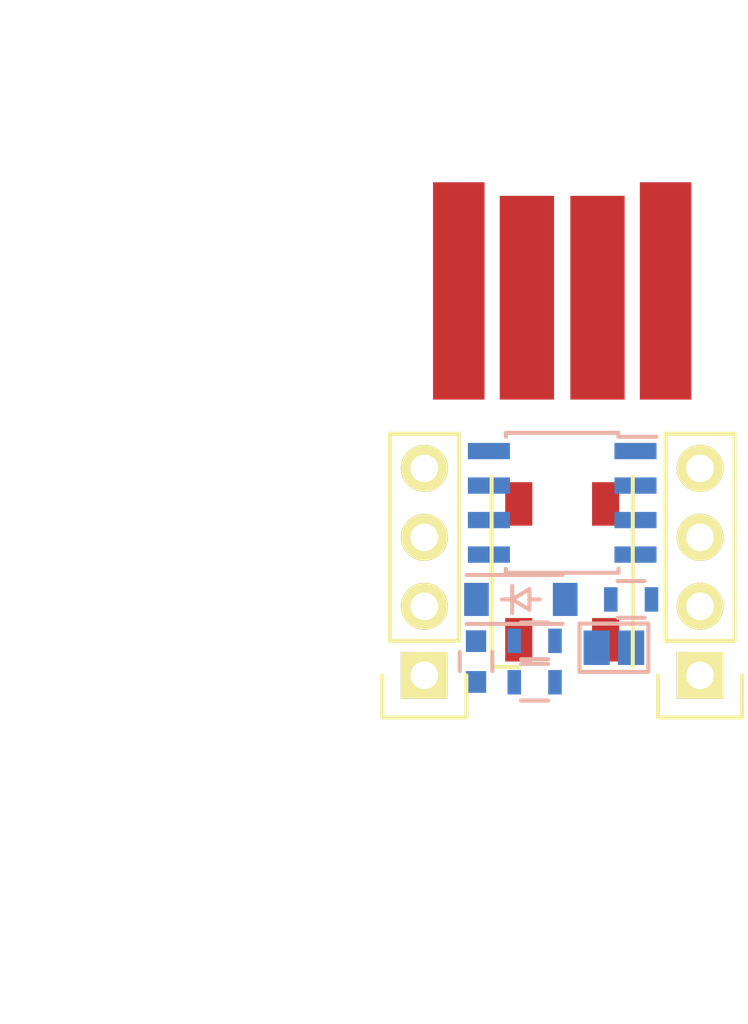
<source format=kicad_pcb>
(kicad_pcb (version 4) (host pcbnew 4.0.2-stable)

  (general
    (links 23)
    (no_connects 23)
    (area 152.169 87.21 168.701762 113.135001)
    (thickness 1.6)
    (drawings 4)
    (tracks 0)
    (zones 0)
    (modules 12)
    (nets 14)
  )

  (page A4)
  (layers
    (0 F.Cu signal)
    (31 B.Cu signal)
    (32 B.Adhes user)
    (33 F.Adhes user)
    (34 B.Paste user)
    (35 F.Paste user)
    (36 B.SilkS user)
    (37 F.SilkS user)
    (38 B.Mask user)
    (39 F.Mask user)
    (40 Dwgs.User user)
    (41 Cmts.User user)
    (42 Eco1.User user)
    (43 Eco2.User user)
    (44 Edge.Cuts user)
    (45 Margin user)
    (46 B.CrtYd user)
    (47 F.CrtYd user)
    (48 B.Fab user)
    (49 F.Fab user)
  )

  (setup
    (last_trace_width 0.17)
    (trace_clearance 0.17)
    (zone_clearance 0.3)
    (zone_45_only no)
    (trace_min 0.1524)
    (segment_width 0.2)
    (edge_width 0.15)
    (via_size 0.5)
    (via_drill 0.3)
    (via_min_size 0.5)
    (via_min_drill 0.3)
    (uvia_size 0.3)
    (uvia_drill 0.1)
    (uvias_allowed no)
    (uvia_min_size 0.2)
    (uvia_min_drill 0.1)
    (pcb_text_width 0.15)
    (pcb_text_size 1 1)
    (mod_edge_width 0.15)
    (mod_text_size 1 1)
    (mod_text_width 0.15)
    (pad_size 1.7272 1.7272)
    (pad_drill 1.016)
    (pad_to_mask_clearance 0.2)
    (aux_axis_origin 0 0)
    (visible_elements FFFFFF7F)
    (pcbplotparams
      (layerselection 0x010fc_80000001)
      (usegerberextensions false)
      (excludeedgelayer true)
      (linewidth 0.100000)
      (plotframeref false)
      (viasonmask false)
      (mode 1)
      (useauxorigin false)
      (hpglpennumber 1)
      (hpglpenspeed 20)
      (hpglpendiameter 15)
      (hpglpenoverlay 2)
      (psnegative false)
      (psa4output false)
      (plotreference true)
      (plotvalue true)
      (plotinvisibletext false)
      (padsonsilk false)
      (subtractmaskfromsilk false)
      (outputformat 1)
      (mirror false)
      (drillshape 0)
      (scaleselection 1)
      (outputdirectory gerber/))
  )

  (net 0 "")
  (net 1 +5V)
  (net 2 GND)
  (net 3 "Net-(D1-Pad2)")
  (net 4 "Net-(IC1-Pad1)")
  (net 5 "Net-(IC1-Pad2)")
  (net 6 "Net-(IC1-Pad3)")
  (net 7 "Net-(IC1-Pad5)")
  (net 8 "Net-(IC1-Pad6)")
  (net 9 "Net-(IC1-Pad7)")
  (net 10 "Net-(P3-Pad3)")
  (net 11 "Net-(P3-Pad2)")
  (net 12 "Net-(JP1-Pad2)")
  (net 13 "Net-(U1-Pad2)")

  (net_class Default "This is the default net class."
    (clearance 0.17)
    (trace_width 0.17)
    (via_dia 0.5)
    (via_drill 0.3)
    (uvia_dia 0.3)
    (uvia_drill 0.1)
    (add_net +5V)
    (add_net GND)
    (add_net "Net-(D1-Pad2)")
    (add_net "Net-(IC1-Pad1)")
    (add_net "Net-(IC1-Pad2)")
    (add_net "Net-(IC1-Pad3)")
    (add_net "Net-(IC1-Pad5)")
    (add_net "Net-(IC1-Pad6)")
    (add_net "Net-(IC1-Pad7)")
    (add_net "Net-(JP1-Pad2)")
    (add_net "Net-(P3-Pad2)")
    (add_net "Net-(P3-Pad3)")
    (add_net "Net-(U1-Pad2)")
  )

  (module usb-PCB:usb-PCB (layer F.Cu) (tedit 542BB0AF) (tstamp 57618D42)
    (at 161.29 87.376 180)
    (path /57249F9D)
    (attr virtual)
    (fp_text reference P3 (at 0.13 -7.85 180) (layer F.SilkS) hide
      (effects (font (size 1.5 1.5) (thickness 0.15)))
    )
    (fp_text value USB_A (at 0.29 -10.13 180) (layer F.SilkS) hide
      (effects (font (size 1.5 1.5) (thickness 0.15)))
    )
    (fp_line (start 6.03 0) (end 6.03 -12) (layer Dwgs.User) (width 0.15))
    (fp_line (start 6.03 0) (end -6.03 0) (layer Dwgs.User) (width 0.15))
    (fp_line (start -6.03 0) (end -6.03 -12) (layer Dwgs.User) (width 0.15))
    (pad 1 connect rect (at 3.81 -4.9 180) (size 1.9 8) (layers F.Cu F.Mask)
      (net 3 "Net-(D1-Pad2)"))
    (pad 4 connect rect (at -3.81 -4.9 180) (size 1.9 8) (layers F.Cu F.Mask)
      (net 2 GND))
    (pad 3 connect rect (at -1.3 -5.15 180) (size 2 7.5) (layers F.Cu F.Mask)
      (net 10 "Net-(P3-Pad3)"))
    (pad 2 connect rect (at 1.3 -5.15 180) (size 2 7.5) (layers F.Cu F.Mask)
      (net 11 "Net-(P3-Pad2)"))
  )

  (module Housings_SOIC:SOIC-8_3.9x4.9mm_Pitch1.27mm (layer B.Cu) (tedit 5761A307) (tstamp 57618D2A)
    (at 161.29 100.076 180)
    (descr "8-Lead Plastic Small Outline (SN) - Narrow, 3.90 mm Body [SOIC] (see Microchip Packaging Specification 00000049BS.pdf)")
    (tags "SOIC 1.27")
    (path /576172FC)
    (attr smd)
    (fp_text reference IC1 (at 0 0 180) (layer Dwgs.User)
      (effects (font (size 1 1) (thickness 0.15)))
    )
    (fp_text value ATTINY85-20SUR (at 5.334 0 270) (layer B.Fab)
      (effects (font (size 1 1) (thickness 0.15)) (justify mirror))
    )
    (fp_line (start -3.75 2.75) (end -3.75 -2.75) (layer B.CrtYd) (width 0.05))
    (fp_line (start 3.75 2.75) (end 3.75 -2.75) (layer B.CrtYd) (width 0.05))
    (fp_line (start -3.75 2.75) (end 3.75 2.75) (layer B.CrtYd) (width 0.05))
    (fp_line (start -3.75 -2.75) (end 3.75 -2.75) (layer B.CrtYd) (width 0.05))
    (fp_line (start -2.075 2.575) (end -2.075 2.43) (layer B.SilkS) (width 0.15))
    (fp_line (start 2.075 2.575) (end 2.075 2.43) (layer B.SilkS) (width 0.15))
    (fp_line (start 2.075 -2.575) (end 2.075 -2.43) (layer B.SilkS) (width 0.15))
    (fp_line (start -2.075 -2.575) (end -2.075 -2.43) (layer B.SilkS) (width 0.15))
    (fp_line (start -2.075 2.575) (end 2.075 2.575) (layer B.SilkS) (width 0.15))
    (fp_line (start -2.075 -2.575) (end 2.075 -2.575) (layer B.SilkS) (width 0.15))
    (fp_line (start -2.075 2.43) (end -3.475 2.43) (layer B.SilkS) (width 0.15))
    (pad 1 smd rect (at -2.7 1.905 180) (size 1.55 0.6) (layers B.Cu B.Paste B.Mask)
      (net 4 "Net-(IC1-Pad1)"))
    (pad 2 smd rect (at -2.7 0.635 180) (size 1.55 0.6) (layers B.Cu B.Paste B.Mask)
      (net 5 "Net-(IC1-Pad2)"))
    (pad 3 smd rect (at -2.7 -0.635 180) (size 1.55 0.6) (layers B.Cu B.Paste B.Mask)
      (net 6 "Net-(IC1-Pad3)"))
    (pad 4 smd rect (at -2.7 -1.905 180) (size 1.55 0.6) (layers B.Cu B.Paste B.Mask)
      (net 2 GND))
    (pad 5 smd rect (at 2.7 -1.905 180) (size 1.55 0.6) (layers B.Cu B.Paste B.Mask)
      (net 7 "Net-(IC1-Pad5)"))
    (pad 6 smd rect (at 2.7 -0.635 180) (size 1.55 0.6) (layers B.Cu B.Paste B.Mask)
      (net 8 "Net-(IC1-Pad6)"))
    (pad 7 smd rect (at 2.7 0.635 180) (size 1.55 0.6) (layers B.Cu B.Paste B.Mask)
      (net 9 "Net-(IC1-Pad7)"))
    (pad 8 smd rect (at 2.7 1.905 180) (size 1.55 0.6) (layers B.Cu B.Paste B.Mask)
      (net 1 +5V))
    (model Housings_SOIC.3dshapes/SOIC-8_3.9x4.9mm_Pitch1.27mm.wrl
      (at (xyz 0 0 0))
      (scale (xyz 1 1 1))
      (rotate (xyz 0 0 0))
    )
  )

  (module Capacitors_SMD:C_0603 (layer B.Cu) (tedit 5761A2AA) (tstamp 57618D18)
    (at 158.115 105.918 270)
    (descr "Capacitor SMD 0603, reflow soldering, AVX (see smccp.pdf)")
    (tags "capacitor 0603")
    (path /5761A5BC)
    (attr smd)
    (fp_text reference C1 (at 0 0 270) (layer Dwgs.User)
      (effects (font (size 1 1) (thickness 0.15)))
    )
    (fp_text value 1u-5u (at 0 0 270) (layer B.Fab)
      (effects (font (size 1 1) (thickness 0.15)) (justify mirror))
    )
    (fp_line (start -1.45 0.75) (end 1.45 0.75) (layer B.CrtYd) (width 0.05))
    (fp_line (start -1.45 -0.75) (end 1.45 -0.75) (layer B.CrtYd) (width 0.05))
    (fp_line (start -1.45 0.75) (end -1.45 -0.75) (layer B.CrtYd) (width 0.05))
    (fp_line (start 1.45 0.75) (end 1.45 -0.75) (layer B.CrtYd) (width 0.05))
    (fp_line (start -0.35 0.6) (end 0.35 0.6) (layer B.SilkS) (width 0.15))
    (fp_line (start 0.35 -0.6) (end -0.35 -0.6) (layer B.SilkS) (width 0.15))
    (pad 1 smd rect (at -0.75 0 270) (size 0.8 0.75) (layers B.Cu B.Paste B.Mask)
      (net 1 +5V))
    (pad 2 smd rect (at 0.75 0 270) (size 0.8 0.75) (layers B.Cu B.Paste B.Mask)
      (net 2 GND))
    (model Capacitors_SMD.3dshapes/C_0603.wrl
      (at (xyz 0 0 0))
      (scale (xyz 1 1 1))
      (rotate (xyz 0 0 0))
    )
  )

  (module Diodes_SMD:SOD-123 (layer B.Cu) (tedit 5761A320) (tstamp 57618D1E)
    (at 159.766 103.632)
    (descr SOD-123)
    (tags SOD-123)
    (path /57617CBC)
    (attr smd)
    (fp_text reference D1 (at 0 0) (layer Dwgs.User)
      (effects (font (size 1 1) (thickness 0.15)))
    )
    (fp_text value MBR0520LT (at 0 -3.556) (layer B.Fab)
      (effects (font (size 1 1) (thickness 0.15)) (justify mirror))
    )
    (fp_line (start 0.3175 0) (end 0.6985 0) (layer B.SilkS) (width 0.15))
    (fp_line (start -0.6985 0) (end -0.3175 0) (layer B.SilkS) (width 0.15))
    (fp_line (start -0.3175 0) (end 0.3175 0.381) (layer B.SilkS) (width 0.15))
    (fp_line (start 0.3175 0.381) (end 0.3175 -0.381) (layer B.SilkS) (width 0.15))
    (fp_line (start 0.3175 -0.381) (end -0.3175 0) (layer B.SilkS) (width 0.15))
    (fp_line (start -0.3175 0.508) (end -0.3175 -0.508) (layer B.SilkS) (width 0.15))
    (fp_line (start -2.25 1.05) (end 2.25 1.05) (layer B.CrtYd) (width 0.05))
    (fp_line (start 2.25 1.05) (end 2.25 -1.05) (layer B.CrtYd) (width 0.05))
    (fp_line (start 2.25 -1.05) (end -2.25 -1.05) (layer B.CrtYd) (width 0.05))
    (fp_line (start -2.25 1.05) (end -2.25 -1.05) (layer B.CrtYd) (width 0.05))
    (fp_line (start -2 -0.9) (end 1.54 -0.9) (layer B.SilkS) (width 0.15))
    (fp_line (start -2 0.9) (end 1.54 0.9) (layer B.SilkS) (width 0.15))
    (pad 1 smd rect (at -1.635 0) (size 0.91 1.22) (layers B.Cu B.Paste B.Mask)
      (net 1 +5V))
    (pad 2 smd rect (at 1.635 0) (size 0.91 1.22) (layers B.Cu B.Paste B.Mask)
      (net 3 "Net-(D1-Pad2)"))
  )

  (module Resistors_SMD:R_0603 (layer B.Cu) (tedit 57626FC1) (tstamp 57618D48)
    (at 160.274 105.156 180)
    (descr "Resistor SMD 0603, reflow soldering, Vishay (see dcrcw.pdf)")
    (tags "resistor 0603")
    (path /5761984C)
    (attr smd)
    (fp_text reference R1 (at 0 0 180) (layer Dwgs.User)
      (effects (font (size 1 1) (thickness 0.15)))
    )
    (fp_text value 1.5k (at 0 0 180) (layer B.Fab)
      (effects (font (size 1 1) (thickness 0.15)) (justify mirror))
    )
    (fp_line (start -1.3 0.8) (end 1.3 0.8) (layer B.CrtYd) (width 0.05))
    (fp_line (start -1.3 -0.8) (end 1.3 -0.8) (layer B.CrtYd) (width 0.05))
    (fp_line (start -1.3 0.8) (end -1.3 -0.8) (layer B.CrtYd) (width 0.05))
    (fp_line (start 1.3 0.8) (end 1.3 -0.8) (layer B.CrtYd) (width 0.05))
    (fp_line (start 0.5 -0.675) (end -0.5 -0.675) (layer B.SilkS) (width 0.15))
    (fp_line (start -0.5 0.675) (end 0.5 0.675) (layer B.SilkS) (width 0.15))
    (pad 1 smd rect (at -0.75 0 180) (size 0.5 0.9) (layers B.Cu B.Paste B.Mask)
      (net 11 "Net-(P3-Pad2)"))
    (pad 2 smd rect (at 0.75 0 180) (size 0.5 0.9) (layers B.Cu B.Paste B.Mask)
      (net 1 +5V))
    (model Resistors_SMD.3dshapes/R_0603.wrl
      (at (xyz 0 0 0))
      (scale (xyz 1 1 1))
      (rotate (xyz 0 0 0))
    )
  )

  (module Resistors_SMD:R_0603 (layer B.Cu) (tedit 5761A2B9) (tstamp 57618D4E)
    (at 160.274 106.68 180)
    (descr "Resistor SMD 0603, reflow soldering, Vishay (see dcrcw.pdf)")
    (tags "resistor 0603")
    (path /576178AE)
    (attr smd)
    (fp_text reference R2 (at 0 0 180) (layer Dwgs.User)
      (effects (font (size 1 1) (thickness 0.15)))
    )
    (fp_text value 66 (at 0 0 180) (layer B.Fab)
      (effects (font (size 1 1) (thickness 0.15)) (justify mirror))
    )
    (fp_line (start -1.3 0.8) (end 1.3 0.8) (layer B.CrtYd) (width 0.05))
    (fp_line (start -1.3 -0.8) (end 1.3 -0.8) (layer B.CrtYd) (width 0.05))
    (fp_line (start -1.3 0.8) (end -1.3 -0.8) (layer B.CrtYd) (width 0.05))
    (fp_line (start 1.3 0.8) (end 1.3 -0.8) (layer B.CrtYd) (width 0.05))
    (fp_line (start 0.5 -0.675) (end -0.5 -0.675) (layer B.SilkS) (width 0.15))
    (fp_line (start -0.5 0.675) (end 0.5 0.675) (layer B.SilkS) (width 0.15))
    (pad 1 smd rect (at -0.75 0 180) (size 0.5 0.9) (layers B.Cu B.Paste B.Mask)
      (net 5 "Net-(IC1-Pad2)"))
    (pad 2 smd rect (at 0.75 0 180) (size 0.5 0.9) (layers B.Cu B.Paste B.Mask)
      (net 11 "Net-(P3-Pad2)"))
    (model Resistors_SMD.3dshapes/R_0603.wrl
      (at (xyz 0 0 0))
      (scale (xyz 1 1 1))
      (rotate (xyz 0 0 0))
    )
  )

  (module Resistors_SMD:R_0603 (layer B.Cu) (tedit 57627011) (tstamp 57618D54)
    (at 163.83 103.632 180)
    (descr "Resistor SMD 0603, reflow soldering, Vishay (see dcrcw.pdf)")
    (tags "resistor 0603")
    (path /57617846)
    (attr smd)
    (fp_text reference R3 (at 0 0 180) (layer Dwgs.User)
      (effects (font (size 1 1) (thickness 0.15)))
    )
    (fp_text value 66 (at 0 -1.9 180) (layer B.Fab)
      (effects (font (size 1 1) (thickness 0.15)) (justify mirror))
    )
    (fp_line (start -1.3 0.8) (end 1.3 0.8) (layer B.CrtYd) (width 0.05))
    (fp_line (start -1.3 -0.8) (end 1.3 -0.8) (layer B.CrtYd) (width 0.05))
    (fp_line (start -1.3 0.8) (end -1.3 -0.8) (layer B.CrtYd) (width 0.05))
    (fp_line (start 1.3 0.8) (end 1.3 -0.8) (layer B.CrtYd) (width 0.05))
    (fp_line (start 0.5 -0.675) (end -0.5 -0.675) (layer B.SilkS) (width 0.15))
    (fp_line (start -0.5 0.675) (end 0.5 0.675) (layer B.SilkS) (width 0.15))
    (pad 1 smd rect (at -0.75 0 180) (size 0.5 0.9) (layers B.Cu B.Paste B.Mask)
      (net 6 "Net-(IC1-Pad3)"))
    (pad 2 smd rect (at 0.75 0 180) (size 0.5 0.9) (layers B.Cu B.Paste B.Mask)
      (net 10 "Net-(P3-Pad3)"))
    (model Resistors_SMD.3dshapes/R_0603.wrl
      (at (xyz 0 0 0))
      (scale (xyz 1 1 1))
      (rotate (xyz 0 0 0))
    )
  )

  (module Connect:GS2 (layer B.Cu) (tedit 576270B7) (tstamp 576194FB)
    (at 163.195 105.41 90)
    (descr "Pontet Goute de soudure")
    (path /5761A277)
    (attr virtual)
    (fp_text reference JP1 (at 0 0 180) (layer Dwgs.User)
      (effects (font (size 1 1) (thickness 0.15)))
    )
    (fp_text value JUMPER (at -1.778 0 360) (layer B.Fab)
      (effects (font (size 1 1) (thickness 0.15)) (justify mirror))
    )
    (fp_line (start -0.889 1.27) (end -0.889 -1.27) (layer B.SilkS) (width 0.15))
    (fp_line (start 0.889 -1.27) (end 0.889 1.27) (layer B.SilkS) (width 0.15))
    (fp_line (start 0.889 -1.27) (end -0.889 -1.27) (layer B.SilkS) (width 0.15))
    (fp_line (start -0.889 1.27) (end 0.889 1.27) (layer B.SilkS) (width 0.15))
    (pad 1 smd rect (at 0 0.635 90) (size 1.27 0.9652) (layers B.Cu B.Paste B.Mask)
      (net 9 "Net-(IC1-Pad7)"))
    (pad 2 smd rect (at 0 -0.635 90) (size 1.27 0.9652) (layers B.Cu B.Paste B.Mask)
      (net 12 "Net-(JP1-Pad2)"))
  )

  (module LEDs:LED_WS2812B-PLCC4 (layer F.Cu) (tedit 5761A2FF) (tstamp 57619512)
    (at 161.29 102.616 270)
    (descr http://www.world-semi.com/uploads/soft/150522/1-150522091P5.pdf)
    (tags "LED NeoPixel")
    (path /5761A15E)
    (attr smd)
    (fp_text reference U1 (at 0 0 450) (layer Dwgs.User)
      (effects (font (size 1 1) (thickness 0.15)))
    )
    (fp_text value WS2812 (at 0 0 270) (layer F.Fab)
      (effects (font (size 1 1) (thickness 0.15)))
    )
    (fp_line (start 3.75 -2.85) (end -3.75 -2.85) (layer F.CrtYd) (width 0.05))
    (fp_line (start 3.75 2.85) (end 3.75 -2.85) (layer F.CrtYd) (width 0.05))
    (fp_line (start -3.75 2.85) (end 3.75 2.85) (layer F.CrtYd) (width 0.05))
    (fp_line (start -3.75 -2.85) (end -3.75 2.85) (layer F.CrtYd) (width 0.05))
    (fp_line (start 2.5 1.5) (end 1.5 2.5) (layer Dwgs.User) (width 0.1))
    (fp_line (start -2.5 -2.5) (end -2.5 2.5) (layer Dwgs.User) (width 0.1))
    (fp_line (start -2.5 2.5) (end 2.5 2.5) (layer Dwgs.User) (width 0.1))
    (fp_line (start 2.5 2.5) (end 2.5 -2.5) (layer Dwgs.User) (width 0.1))
    (fp_line (start 2.5 -2.5) (end -2.5 -2.5) (layer Dwgs.User) (width 0.1))
    (fp_line (start -3.5 -2.6) (end 3.5 -2.6) (layer F.SilkS) (width 0.15))
    (fp_line (start -3.5 2.6) (end 3.5 2.6) (layer F.SilkS) (width 0.15))
    (fp_line (start 3.5 2.6) (end 3.5 1.6) (layer F.SilkS) (width 0.15))
    (fp_circle (center 0 0) (end 0 -2) (layer Dwgs.User) (width 0.1))
    (pad 3 smd rect (at 2.5 1.6 270) (size 1.6 1) (layers F.Cu F.Paste F.Mask)
      (net 2 GND))
    (pad 4 smd rect (at 2.5 -1.6 270) (size 1.6 1) (layers F.Cu F.Paste F.Mask)
      (net 12 "Net-(JP1-Pad2)"))
    (pad 2 smd rect (at -2.5 1.6 270) (size 1.6 1) (layers F.Cu F.Paste F.Mask)
      (net 13 "Net-(U1-Pad2)"))
    (pad 1 smd rect (at -2.5 -1.6 270) (size 1.6 1) (layers F.Cu F.Paste F.Mask)
      (net 1 +5V))
    (model LEDs.3dshapes/LED_WS2812B-PLCC4.wrl
      (at (xyz 0 0 0.004))
      (scale (xyz 0.385 0.385 0.385))
      (rotate (xyz 0 0 180))
    )
  )

  (module Pin_Headers:Pin_Header_Straight_1x04 (layer F.Cu) (tedit 5761A2D5) (tstamp 57619588)
    (at 156.21 106.426 180)
    (descr "Through hole pin header")
    (tags "pin header")
    (path /57617EC9)
    (fp_text reference P1 (at 0 -1.524 180) (layer Dwgs.User)
      (effects (font (size 1 1) (thickness 0.15)))
    )
    (fp_text value IO (at 0 -3.1 180) (layer F.Fab)
      (effects (font (size 1 1) (thickness 0.15)))
    )
    (fp_line (start -1.75 -1.75) (end -1.75 9.4) (layer F.CrtYd) (width 0.05))
    (fp_line (start 1.75 -1.75) (end 1.75 9.4) (layer F.CrtYd) (width 0.05))
    (fp_line (start -1.75 -1.75) (end 1.75 -1.75) (layer F.CrtYd) (width 0.05))
    (fp_line (start -1.75 9.4) (end 1.75 9.4) (layer F.CrtYd) (width 0.05))
    (fp_line (start -1.27 1.27) (end -1.27 8.89) (layer F.SilkS) (width 0.15))
    (fp_line (start 1.27 1.27) (end 1.27 8.89) (layer F.SilkS) (width 0.15))
    (fp_line (start 1.55 -1.55) (end 1.55 0) (layer F.SilkS) (width 0.15))
    (fp_line (start -1.27 8.89) (end 1.27 8.89) (layer F.SilkS) (width 0.15))
    (fp_line (start 1.27 1.27) (end -1.27 1.27) (layer F.SilkS) (width 0.15))
    (fp_line (start -1.55 0) (end -1.55 -1.55) (layer F.SilkS) (width 0.15))
    (fp_line (start -1.55 -1.55) (end 1.55 -1.55) (layer F.SilkS) (width 0.15))
    (pad 1 thru_hole rect (at 0 0 180) (size 1.7272 1.7272) (drill 1.016) (layers *.Cu *.Mask F.SilkS)
      (net 2 GND))
    (pad 2 thru_hole oval (at 0 2.54 180) (size 1.7272 1.7272) (drill 1.016) (layers *.Cu *.Mask F.SilkS)
      (net 1 +5V))
    (pad 3 thru_hole oval (at 0 5.08 180) (size 1.7272 1.7272) (drill 1.016) (layers *.Cu *.Mask F.SilkS)
      (net 7 "Net-(IC1-Pad5)"))
    (pad 4 thru_hole oval (at 0 7.62 180) (size 1.7272 1.7272) (drill 1.016) (layers *.Cu *.Mask F.SilkS)
      (net 8 "Net-(IC1-Pad6)"))
    (model Pin_Headers.3dshapes/Pin_Header_Straight_1x04.wrl
      (at (xyz 0 -0.15 0))
      (scale (xyz 1 1 1))
      (rotate (xyz 0 0 90))
    )
  )

  (module Pin_Headers:Pin_Header_Straight_1x04 (layer F.Cu) (tedit 5761A2DC) (tstamp 57619590)
    (at 166.37 106.426 180)
    (descr "Through hole pin header")
    (tags "pin header")
    (path /57618CB5)
    (fp_text reference P2 (at 0 -1.524 180) (layer Dwgs.User)
      (effects (font (size 1 1) (thickness 0.15)))
    )
    (fp_text value IO (at 0 -3.1 180) (layer F.Fab)
      (effects (font (size 1 1) (thickness 0.15)))
    )
    (fp_line (start -1.75 -1.75) (end -1.75 9.4) (layer F.CrtYd) (width 0.05))
    (fp_line (start 1.75 -1.75) (end 1.75 9.4) (layer F.CrtYd) (width 0.05))
    (fp_line (start -1.75 -1.75) (end 1.75 -1.75) (layer F.CrtYd) (width 0.05))
    (fp_line (start -1.75 9.4) (end 1.75 9.4) (layer F.CrtYd) (width 0.05))
    (fp_line (start -1.27 1.27) (end -1.27 8.89) (layer F.SilkS) (width 0.15))
    (fp_line (start 1.27 1.27) (end 1.27 8.89) (layer F.SilkS) (width 0.15))
    (fp_line (start 1.55 -1.55) (end 1.55 0) (layer F.SilkS) (width 0.15))
    (fp_line (start -1.27 8.89) (end 1.27 8.89) (layer F.SilkS) (width 0.15))
    (fp_line (start 1.27 1.27) (end -1.27 1.27) (layer F.SilkS) (width 0.15))
    (fp_line (start -1.55 0) (end -1.55 -1.55) (layer F.SilkS) (width 0.15))
    (fp_line (start -1.55 -1.55) (end 1.55 -1.55) (layer F.SilkS) (width 0.15))
    (pad 1 thru_hole rect (at 0 0 180) (size 1.7272 1.7272) (drill 1.016) (layers *.Cu *.Mask F.SilkS)
      (net 9 "Net-(IC1-Pad7)"))
    (pad 2 thru_hole oval (at 0 2.54 180) (size 1.7272 1.7272) (drill 1.016) (layers *.Cu *.Mask F.SilkS)
      (net 5 "Net-(IC1-Pad2)"))
    (pad 3 thru_hole oval (at 0 5.08 180) (size 1.7272 1.7272) (drill 1.016) (layers *.Cu *.Mask F.SilkS)
      (net 6 "Net-(IC1-Pad3)"))
    (pad 4 thru_hole oval (at 0 7.62 180) (size 1.7272 1.7272) (drill 1.016) (layers *.Cu *.Mask F.SilkS)
      (net 4 "Net-(IC1-Pad1)"))
    (model Pin_Headers.3dshapes/Pin_Header_Straight_1x04.wrl
      (at (xyz 0 -0.15 0))
      (scale (xyz 1 1 1))
      (rotate (xyz 0 0 90))
    )
  )

  (module Mounting_Holes:MountingHole_2.2mm_M2 (layer F.Cu) (tedit 57619983) (tstamp 576198A0)
    (at 157.226 109.474 90)
    (descr "Mounting Hole 2.2mm, no annular, M2")
    (tags "mounting hole 2.2mm no annular m2")
    (fp_text reference "" (at 0 -3.2 90) (layer F.SilkS)
      (effects (font (size 1 1) (thickness 0.15)))
    )
    (fp_text value "" (at 0 3.2 90) (layer F.Fab)
      (effects (font (size 1 1) (thickness 0.15)))
    )
    (fp_circle (center 0 0) (end 2.2 0) (layer Cmts.User) (width 0.15))
    (fp_circle (center 0 0) (end 2.45 0) (layer F.CrtYd) (width 0.05))
    (pad 1 np_thru_hole circle (at 0 0 90) (size 2.2 2.2) (drill 2.2) (layers *.Cu *.Mask F.SilkS))
  )

  (dimension 12.7 (width 0.15) (layer Dwgs.User)
    (gr_text "12.700 mm" (at 161.29 119.418) (layer Dwgs.User)
      (effects (font (size 1 1) (thickness 0.15)))
    )
    (feature1 (pts (xy 167.64 111.76) (xy 167.64 120.218)))
    (feature2 (pts (xy 154.94 111.76) (xy 154.94 120.218)))
    (crossbar (pts (xy 154.94 118.618) (xy 167.64 118.618)))
    (arrow1a (pts (xy 167.64 118.618) (xy 166.513496 119.204421)))
    (arrow1b (pts (xy 167.64 118.618) (xy 166.513496 118.031579)))
    (arrow2a (pts (xy 154.94 118.618) (xy 156.066504 119.204421)))
    (arrow2b (pts (xy 154.94 118.618) (xy 156.066504 118.031579)))
  )
  (dimension 12.192 (width 0.15) (layer Dwgs.User)
    (gr_text "12.192 mm" (at 161.29 82.766) (layer Dwgs.User)
      (effects (font (size 1 1) (thickness 0.15)))
    )
    (feature1 (pts (xy 167.386 87.122) (xy 167.386 81.966)))
    (feature2 (pts (xy 155.194 87.122) (xy 155.194 81.966)))
    (crossbar (pts (xy 155.194 83.566) (xy 167.386 83.566)))
    (arrow1a (pts (xy 167.386 83.566) (xy 166.259496 84.152421)))
    (arrow1b (pts (xy 167.386 83.566) (xy 166.259496 82.979579)))
    (arrow2a (pts (xy 155.194 83.566) (xy 156.320504 84.152421)))
    (arrow2b (pts (xy 155.194 83.566) (xy 156.320504 82.979579)))
  )
  (dimension 24.384 (width 0.15) (layer Dwgs.User)
    (gr_text "24.384 mm" (at 144.742 99.568 90) (layer Dwgs.User)
      (effects (font (size 1 1) (thickness 0.15)))
    )
    (feature1 (pts (xy 154.94 87.376) (xy 143.942 87.376)))
    (feature2 (pts (xy 154.94 111.76) (xy 143.942 111.76)))
    (crossbar (pts (xy 145.542 111.76) (xy 145.542 87.376)))
    (arrow1a (pts (xy 145.542 87.376) (xy 146.128421 88.502504)))
    (arrow1b (pts (xy 145.542 87.376) (xy 144.955579 88.502504)))
    (arrow2a (pts (xy 145.542 111.76) (xy 146.128421 110.633496)))
    (arrow2b (pts (xy 145.542 111.76) (xy 144.955579 110.633496)))
  )
  (gr_text "Chloé v1" (at 161.29 93.218) (layer B.Mask)
    (effects (font (size 1 1) (thickness 0.15) italic) (justify mirror))
  )

)

</source>
